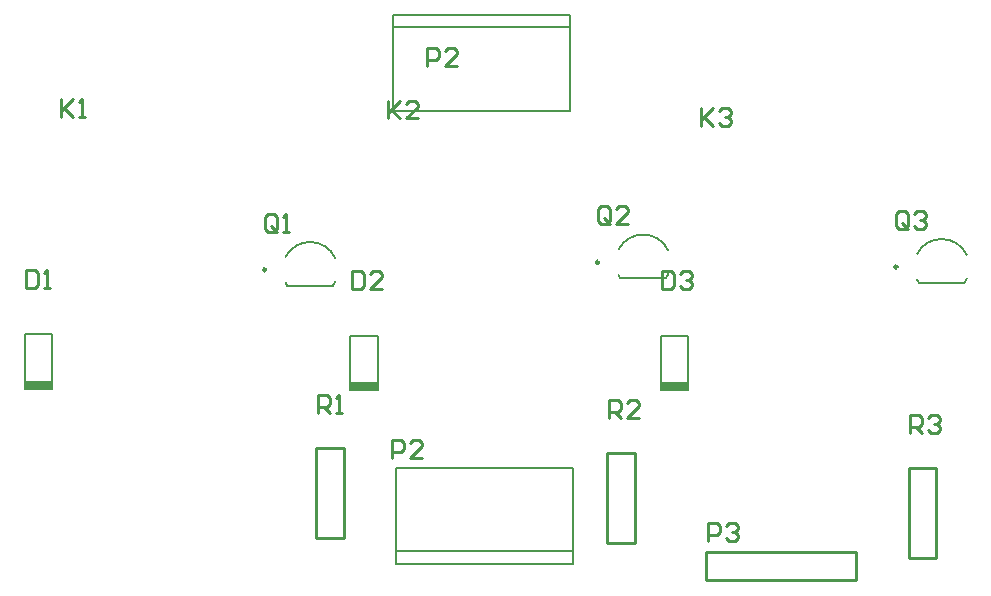
<source format=gto>
G04 Layer_Color=15132400*
%FSAX23Y23*%
%MOIN*%
G70*
G01*
G75*
%ADD10C,0.010*%
%ADD23C,0.008*%
%ADD24C,0.010*%
%ADD25C,0.006*%
%ADD26R,0.093X0.026*%
D10*
X04005Y01205D02*
X04097D01*
Y01505D01*
X04005D02*
X04097D01*
X04005Y01205D02*
Y01505D01*
X03000Y01255D02*
X03092D01*
Y01555D01*
X03000D02*
X03092D01*
X03000Y01255D02*
Y01555D01*
X02030Y01270D02*
X02122D01*
Y01570D01*
X02030D02*
X02122D01*
X02030Y01270D02*
Y01570D01*
X03330Y01226D02*
X03830D01*
X03330Y01130D02*
X03830D01*
X03330D02*
Y01226D01*
X03830Y01130D02*
Y01226D01*
X03335Y01261D02*
Y01321D01*
X03365D01*
X03375Y01311D01*
Y01291D01*
X03365Y01281D01*
X03335D01*
X03395Y01311D02*
X03405Y01321D01*
X03425D01*
X03435Y01311D01*
Y01301D01*
X03425Y01291D01*
X03415D01*
X03425D01*
X03435Y01281D01*
Y01271D01*
X03425Y01261D01*
X03405D01*
X03395Y01271D01*
X02284Y01537D02*
Y01597D01*
X02314D01*
X02324Y01587D01*
Y01567D01*
X02314Y01557D01*
X02284D01*
X02384Y01537D02*
X02344D01*
X02384Y01577D01*
Y01587D01*
X02374Y01597D01*
X02354D01*
X02344Y01587D01*
X02400Y02845D02*
Y02905D01*
X02430D01*
X02440Y02895D01*
Y02875D01*
X02430Y02865D01*
X02400D01*
X02500Y02845D02*
X02460D01*
X02500Y02885D01*
Y02895D01*
X02490Y02905D01*
X02470D01*
X02460Y02895D01*
X01178Y02735D02*
Y02675D01*
Y02695D01*
X01218Y02735D01*
X01188Y02705D01*
X01218Y02675D01*
X01238D02*
X01258D01*
X01248D01*
Y02735D01*
X01238Y02725D01*
X02269Y02729D02*
Y02670D01*
Y02689D01*
X02308Y02729D01*
X02278Y02699D01*
X02308Y02670D01*
X02368D02*
X02328D01*
X02368Y02709D01*
Y02719D01*
X02358Y02729D01*
X02338D01*
X02328Y02719D01*
X03313Y02705D02*
Y02645D01*
Y02665D01*
X03353Y02705D01*
X03323Y02675D01*
X03353Y02645D01*
X03373Y02695D02*
X03383Y02705D01*
X03403D01*
X03413Y02695D01*
Y02685D01*
X03403Y02675D01*
X03393D01*
X03403D01*
X03413Y02665D01*
Y02655D01*
X03403Y02645D01*
X03383D01*
X03373Y02655D01*
X01899Y02302D02*
Y02342D01*
X01889Y02352D01*
X01869D01*
X01859Y02342D01*
Y02302D01*
X01869Y02292D01*
X01889D01*
X01879Y02312D02*
X01899Y02292D01*
X01889D02*
X01899Y02302D01*
X01919Y02292D02*
X01939D01*
X01929D01*
Y02352D01*
X01919Y02342D01*
X03009Y02327D02*
Y02367D01*
X02999Y02377D01*
X02979D01*
X02969Y02367D01*
Y02327D01*
X02979Y02317D01*
X02999D01*
X02989Y02337D02*
X03009Y02317D01*
X02999D02*
X03009Y02327D01*
X03069Y02317D02*
X03029D01*
X03069Y02357D01*
Y02367D01*
X03059Y02377D01*
X03039D01*
X03029Y02367D01*
X04004Y02312D02*
Y02352D01*
X03994Y02362D01*
X03974D01*
X03964Y02352D01*
Y02312D01*
X03974Y02302D01*
X03994D01*
X03984Y02322D02*
X04004Y02302D01*
X03994D02*
X04004Y02312D01*
X04024Y02352D02*
X04034Y02362D01*
X04054D01*
X04064Y02352D01*
Y02342D01*
X04054Y02332D01*
X04044D01*
X04054D01*
X04064Y02322D01*
Y02312D01*
X04054Y02302D01*
X04034D01*
X04024Y02312D01*
X02035Y01687D02*
Y01747D01*
X02065D01*
X02075Y01737D01*
Y01717D01*
X02065Y01707D01*
X02035D01*
X02055D02*
X02075Y01687D01*
X02095D02*
X02115D01*
X02105D01*
Y01747D01*
X02095Y01737D01*
X03005Y01672D02*
Y01732D01*
X03035D01*
X03045Y01722D01*
Y01702D01*
X03035Y01692D01*
X03005D01*
X03025D02*
X03045Y01672D01*
X03105D02*
X03065D01*
X03105Y01712D01*
Y01722D01*
X03095Y01732D01*
X03075D01*
X03065Y01722D01*
X04010Y01622D02*
Y01682D01*
X04040D01*
X04050Y01672D01*
Y01652D01*
X04040Y01642D01*
X04010D01*
X04030D02*
X04050Y01622D01*
X04070Y01672D02*
X04080Y01682D01*
X04100D01*
X04110Y01672D01*
Y01662D01*
X04100Y01652D01*
X04090D01*
X04100D01*
X04110Y01642D01*
Y01632D01*
X04100Y01622D01*
X04080D01*
X04070Y01632D01*
X01064Y02165D02*
Y02105D01*
X01094D01*
X01104Y02115D01*
Y02155D01*
X01094Y02165D01*
X01064D01*
X01124Y02105D02*
X01144D01*
X01134D01*
Y02165D01*
X01124Y02155D01*
X02149Y02160D02*
Y02100D01*
X02179D01*
X02189Y02110D01*
Y02150D01*
X02179Y02160D01*
X02149D01*
X02249Y02100D02*
X02209D01*
X02249Y02140D01*
Y02150D01*
X02239Y02160D01*
X02219D01*
X02209Y02150D01*
X03184Y02160D02*
Y02100D01*
X03214D01*
X03224Y02110D01*
Y02150D01*
X03214Y02160D01*
X03184D01*
X03244Y02150D02*
X03254Y02160D01*
X03274D01*
X03284Y02150D01*
Y02140D01*
X03274Y02130D01*
X03264D01*
X03274D01*
X03284Y02120D01*
Y02110D01*
X03274Y02100D01*
X03254D01*
X03244Y02110D01*
D23*
X04199Y02214D02*
G03*
X04033Y02218I-00084J-00039D01*
G01*
X04191Y02122D02*
G03*
X04199Y02136I-00076J00053D01*
G01*
X04033Y02132D02*
G03*
X04039Y02122I00082J00043D01*
G01*
X03204Y02229D02*
G03*
X03038Y02233I-00084J-00039D01*
G01*
X03196Y02137D02*
G03*
X03204Y02151I-00076J00053D01*
G01*
X03038Y02147D02*
G03*
X03044Y02137I00082J00043D01*
G01*
X02094Y02204D02*
G03*
X01928Y02208I-00084J-00039D01*
G01*
X02086Y02112D02*
G03*
X02094Y02126I-00076J00053D01*
G01*
X01928Y02122D02*
G03*
X01934Y02112I00082J00043D01*
G01*
X04039Y02122D02*
X04191D01*
X03044Y02137D02*
X03196D01*
X01934Y02112D02*
X02086D01*
X01151Y01769D02*
Y01951D01*
X01059Y01769D02*
X01151D01*
X01059D02*
Y01951D01*
X01151D01*
X02236Y01764D02*
Y01946D01*
X02144Y01764D02*
X02236D01*
X02144D02*
Y01946D01*
X02236D01*
X03271Y01764D02*
Y01946D01*
X03179Y01764D02*
X03271D01*
X03179D02*
Y01946D01*
X03271D01*
D24*
X03968Y02175D02*
G03*
X03968Y02175I-00005J00000D01*
G01*
X02973Y02190D02*
G03*
X02973Y02190I-00005J00000D01*
G01*
X01863Y02165D02*
G03*
X01863Y02165I-00005J00000D01*
G01*
D25*
X02875Y02696D02*
Y03014D01*
X02285D02*
X02875D01*
X02285Y02696D02*
Y03014D01*
Y02696D02*
X02875D01*
X02285Y02973D02*
X02875D01*
X02295Y01186D02*
Y01504D01*
Y01186D02*
X02885D01*
Y01504D01*
X02295D02*
X02885D01*
X02295Y01227D02*
X02885D01*
D26*
X01105Y01782D02*
D03*
X02190Y01777D02*
D03*
X03225D02*
D03*
M02*

</source>
